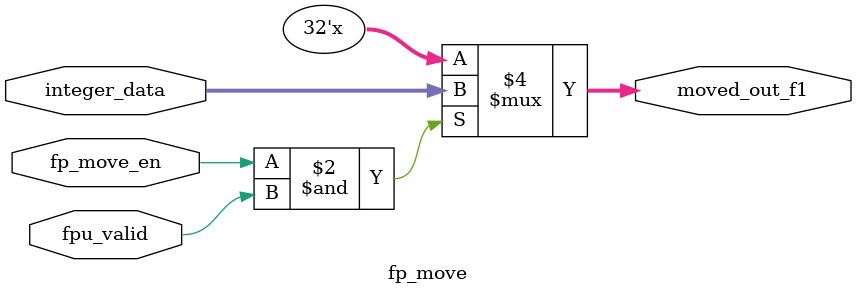
<source format=sv>
module fp_move(
  input logic fpu_valid, fp_move_en,
  input [31:0] integer_data, 
  output logic [31:0] moved_out_f1
);
always_comb begin
  if (fp_move_en & fpu_valid) begin
      moved_out_f1 [31:0] = integer_data[31:0];
    end
end
endmodule
</source>
